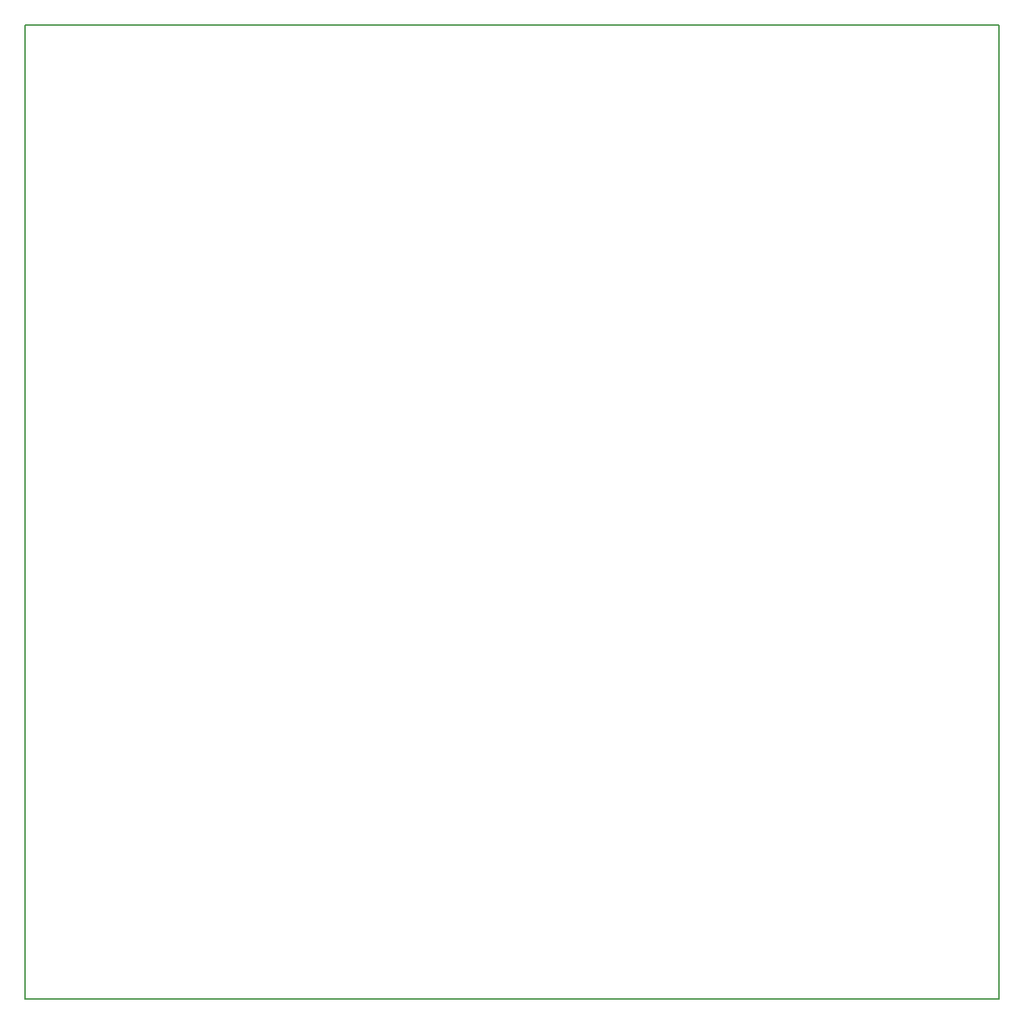
<source format=gbr>
G04 #@! TF.FileFunction,Profile,NP*
%FSLAX46Y46*%
G04 Gerber Fmt 4.6, Leading zero omitted, Abs format (unit mm)*
G04 Created by KiCad (PCBNEW 4.0.6) date Sunday, June 10, 2018 'PMt' 08:04:18 PM*
%MOMM*%
%LPD*%
G01*
G04 APERTURE LIST*
%ADD10C,0.100000*%
%ADD11C,0.150000*%
G04 APERTURE END LIST*
D10*
D11*
X87000000Y-47000000D02*
X87000000Y-159000000D01*
X199000000Y-47000000D02*
X87000000Y-47000000D01*
X199000000Y-159000000D02*
X199000000Y-47000000D01*
X87000000Y-159000000D02*
X199000000Y-159000000D01*
M02*

</source>
